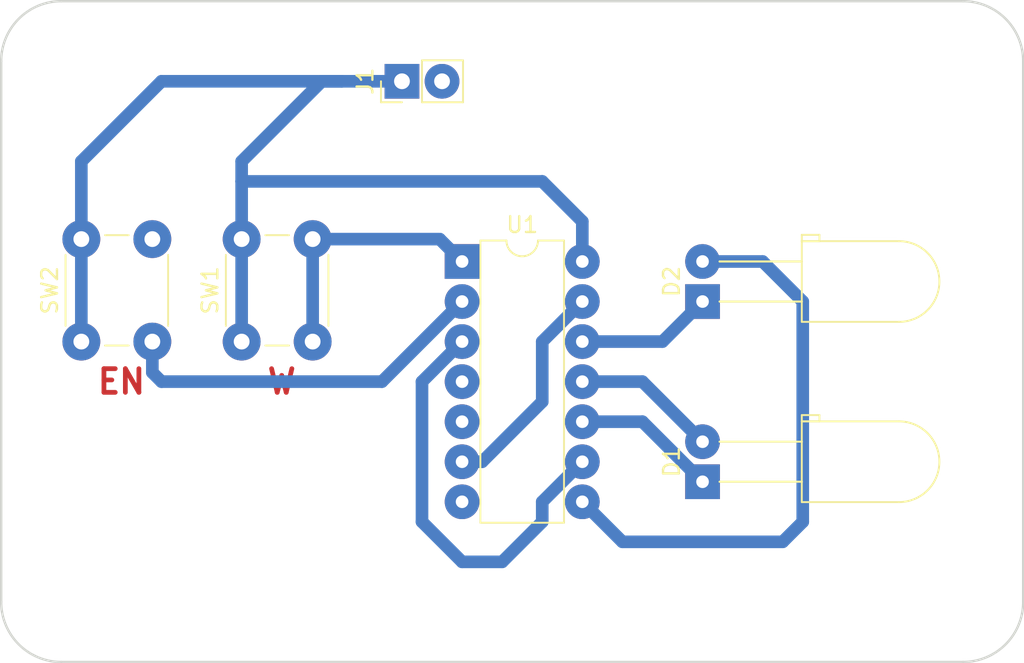
<source format=kicad_pcb>
(kicad_pcb (version 4) (host pcbnew 4.0.7)

  (general
    (links 18)
    (no_connects 4)
    (area 148.514999 72.314999 213.435001 114.375001)
    (thickness 1.6)
    (drawings 10)
    (tracks 44)
    (zones 0)
    (modules 6)
    (nets 11)
  )

  (page A4)
  (layers
    (0 F.Cu signal)
    (31 B.Cu signal)
    (32 B.Adhes user)
    (33 F.Adhes user)
    (34 B.Paste user)
    (35 F.Paste user)
    (36 B.SilkS user)
    (37 F.SilkS user)
    (38 B.Mask user)
    (39 F.Mask user)
    (40 Dwgs.User user)
    (41 Cmts.User user)
    (42 Eco1.User user)
    (43 Eco2.User user)
    (44 Edge.Cuts user)
    (45 Margin user)
    (46 B.CrtYd user)
    (47 F.CrtYd user)
    (48 B.Fab user)
    (49 F.Fab user)
  )

  (setup
    (last_trace_width 0.8)
    (trace_clearance 0.2)
    (zone_clearance 0.508)
    (zone_45_only no)
    (trace_min 0.8)
    (segment_width 0.2)
    (edge_width 0.15)
    (via_size 0.9)
    (via_drill 0.7)
    (via_min_size 0.9)
    (via_min_drill 0.7)
    (uvia_size 0.3)
    (uvia_drill 0.1)
    (uvias_allowed no)
    (uvia_min_size 0.2)
    (uvia_min_drill 0.1)
    (pcb_text_width 0.3)
    (pcb_text_size 1.5 1.5)
    (mod_edge_width 0.15)
    (mod_text_size 1 1)
    (mod_text_width 0.15)
    (pad_size 2.2 2.2)
    (pad_drill 0.8)
    (pad_to_mask_clearance 0.2)
    (aux_axis_origin 0 0)
    (visible_elements 7FFFFFFF)
    (pcbplotparams
      (layerselection 0x01030_80000001)
      (usegerberextensions false)
      (excludeedgelayer true)
      (linewidth 0.100000)
      (plotframeref false)
      (viasonmask false)
      (mode 1)
      (useauxorigin false)
      (hpglpennumber 1)
      (hpglpenspeed 20)
      (hpglpendiameter 15)
      (hpglpenoverlay 2)
      (psnegative false)
      (psa4output false)
      (plotreference true)
      (plotvalue true)
      (plotinvisibletext false)
      (padsonsilk false)
      (subtractmaskfromsilk false)
      (outputformat 1)
      (mirror false)
      (drillshape 0)
      (scaleselection 1)
      (outputdirectory ./))
  )

  (net 0 "")
  (net 1 "Net-(D1-Pad1)")
  (net 2 "Net-(D1-Pad2)")
  (net 3 "Net-(D2-Pad1)")
  (net 4 "Net-(D2-Pad2)")
  (net 5 +5V)
  (net 6 GND)
  (net 7 "Net-(SW1-Pad2)")
  (net 8 "Net-(SW2-Pad2)")
  (net 9 "Net-(U1-Pad3)")
  (net 10 "Net-(U1-Pad13)")

  (net_class Default "This is the default net class."
    (clearance 0.2)
    (trace_width 0.8)
    (via_dia 0.9)
    (via_drill 0.7)
    (uvia_dia 0.3)
    (uvia_drill 0.1)
    (add_net +5V)
    (add_net GND)
    (add_net "Net-(D1-Pad1)")
    (add_net "Net-(D1-Pad2)")
    (add_net "Net-(D2-Pad1)")
    (add_net "Net-(D2-Pad2)")
    (add_net "Net-(SW1-Pad2)")
    (add_net "Net-(SW2-Pad2)")
    (add_net "Net-(U1-Pad13)")
    (add_net "Net-(U1-Pad3)")
  )

  (module LEDs:LED_D5.0mm_Horizontal_O6.35mm_Z9.0mm (layer F.Cu) (tedit 5C58BDA9) (tstamp 5C569C63)
    (at 193.04 102.87 90)
    (descr "LED, diameter 5.0mm z-position of LED center 3.0mm, 2 pins, diameter 5.0mm z-position of LED center 3.0mm, 2 pins, diameter 5.0mm z-position of LED center 3.0mm, 2 pins, diameter 5.0mm z-position of LED center 9.0mm, 2 pins, diameter 5.0mm z-position of LED center 9.0mm, 2 pins, diameter 5.0mm z-position of LED center 9.0mm, 2 pins")
    (tags "LED diameter 5.0mm z-position of LED center 3.0mm 2 pins diameter 5.0mm z-position of LED center 3.0mm 2 pins diameter 5.0mm z-position of LED center 3.0mm 2 pins diameter 5.0mm z-position of LED center 9.0mm 2 pins diameter 5.0mm z-position of LED center 9.0mm 2 pins diameter 5.0mm z-position of LED center 9.0mm 2 pins")
    (path /5C54CAEB)
    (fp_text reference D1 (at 1.27 -1.96 90) (layer F.SilkS)
      (effects (font (size 1 1) (thickness 0.15)))
    )
    (fp_text value LED (at 1.27 16.01 90) (layer F.Fab)
      (effects (font (size 1 1) (thickness 0.15)))
    )
    (fp_arc (start 1.27 12.45) (end -1.23 12.45) (angle -180) (layer F.Fab) (width 0.1))
    (fp_arc (start 1.27 12.45) (end -1.29 12.45) (angle -180) (layer F.SilkS) (width 0.12))
    (fp_line (start -1.23 6.35) (end -1.23 12.45) (layer F.Fab) (width 0.1))
    (fp_line (start 3.77 6.35) (end 3.77 12.45) (layer F.Fab) (width 0.1))
    (fp_line (start -1.23 6.35) (end 3.77 6.35) (layer F.Fab) (width 0.1))
    (fp_line (start 4.17 6.35) (end 4.17 7.35) (layer F.Fab) (width 0.1))
    (fp_line (start 4.17 7.35) (end 3.77 7.35) (layer F.Fab) (width 0.1))
    (fp_line (start 3.77 7.35) (end 3.77 6.35) (layer F.Fab) (width 0.1))
    (fp_line (start 3.77 6.35) (end 4.17 6.35) (layer F.Fab) (width 0.1))
    (fp_line (start 0 0) (end 0 6.35) (layer F.Fab) (width 0.1))
    (fp_line (start 0 6.35) (end 0 6.35) (layer F.Fab) (width 0.1))
    (fp_line (start 0 6.35) (end 0 0) (layer F.Fab) (width 0.1))
    (fp_line (start 0 0) (end 0 0) (layer F.Fab) (width 0.1))
    (fp_line (start 2.54 0) (end 2.54 6.35) (layer F.Fab) (width 0.1))
    (fp_line (start 2.54 6.35) (end 2.54 6.35) (layer F.Fab) (width 0.1))
    (fp_line (start 2.54 6.35) (end 2.54 0) (layer F.Fab) (width 0.1))
    (fp_line (start 2.54 0) (end 2.54 0) (layer F.Fab) (width 0.1))
    (fp_line (start -1.29 6.29) (end -1.29 12.45) (layer F.SilkS) (width 0.12))
    (fp_line (start 3.83 6.29) (end 3.83 12.45) (layer F.SilkS) (width 0.12))
    (fp_line (start -1.29 6.29) (end 3.83 6.29) (layer F.SilkS) (width 0.12))
    (fp_line (start 4.23 6.29) (end 4.23 7.41) (layer F.SilkS) (width 0.12))
    (fp_line (start 4.23 7.41) (end 3.83 7.41) (layer F.SilkS) (width 0.12))
    (fp_line (start 3.83 7.41) (end 3.83 6.29) (layer F.SilkS) (width 0.12))
    (fp_line (start 3.83 6.29) (end 4.23 6.29) (layer F.SilkS) (width 0.12))
    (fp_line (start 0 1.08) (end 0 6.29) (layer F.SilkS) (width 0.12))
    (fp_line (start 0 6.29) (end 0 6.29) (layer F.SilkS) (width 0.12))
    (fp_line (start 0 6.29) (end 0 1.08) (layer F.SilkS) (width 0.12))
    (fp_line (start 0 1.08) (end 0 1.08) (layer F.SilkS) (width 0.12))
    (fp_line (start 2.54 1.08) (end 2.54 6.29) (layer F.SilkS) (width 0.12))
    (fp_line (start 2.54 6.29) (end 2.54 6.29) (layer F.SilkS) (width 0.12))
    (fp_line (start 2.54 6.29) (end 2.54 1.08) (layer F.SilkS) (width 0.12))
    (fp_line (start 2.54 1.08) (end 2.54 1.08) (layer F.SilkS) (width 0.12))
    (fp_line (start -1.95 -1.25) (end -1.95 15.3) (layer F.CrtYd) (width 0.05))
    (fp_line (start -1.95 15.3) (end 4.5 15.3) (layer F.CrtYd) (width 0.05))
    (fp_line (start 4.5 15.3) (end 4.5 -1.25) (layer F.CrtYd) (width 0.05))
    (fp_line (start 4.5 -1.25) (end -1.95 -1.25) (layer F.CrtYd) (width 0.05))
    (pad 1 thru_hole rect (at 0 0 90) (size 2.2 2.2) (drill 0.8) (layers *.Cu *.Mask)
      (net 1 "Net-(D1-Pad1)"))
    (pad 2 thru_hole circle (at 2.54 0 90) (size 2.2 2.2) (drill 0.8) (layers *.Cu *.Mask)
      (net 2 "Net-(D1-Pad2)"))
    (model ${KISYS3DMOD}/LEDs.3dshapes/LED_D5.0mm_Horizontal_O6.35mm_Z9.0mm.wrl
      (at (xyz 0 0 0))
      (scale (xyz 0.393701 0.393701 0.393701))
      (rotate (xyz 0 0 0))
    )
  )

  (module LEDs:LED_D5.0mm_Horizontal_O6.35mm_Z9.0mm (layer F.Cu) (tedit 5C58BD94) (tstamp 5C569C69)
    (at 193.04 91.44 90)
    (descr "LED, diameter 5.0mm z-position of LED center 3.0mm, 2 pins, diameter 5.0mm z-position of LED center 3.0mm, 2 pins, diameter 5.0mm z-position of LED center 3.0mm, 2 pins, diameter 5.0mm z-position of LED center 9.0mm, 2 pins, diameter 5.0mm z-position of LED center 9.0mm, 2 pins, diameter 5.0mm z-position of LED center 9.0mm, 2 pins")
    (tags "LED diameter 5.0mm z-position of LED center 3.0mm 2 pins diameter 5.0mm z-position of LED center 3.0mm 2 pins diameter 5.0mm z-position of LED center 3.0mm 2 pins diameter 5.0mm z-position of LED center 9.0mm 2 pins diameter 5.0mm z-position of LED center 9.0mm 2 pins diameter 5.0mm z-position of LED center 9.0mm 2 pins")
    (path /5C54CA53)
    (fp_text reference D2 (at 1.27 -1.96 90) (layer F.SilkS)
      (effects (font (size 1 1) (thickness 0.15)))
    )
    (fp_text value LED (at 1.27 16.01 90) (layer F.Fab)
      (effects (font (size 1 1) (thickness 0.15)))
    )
    (fp_arc (start 1.27 12.45) (end -1.23 12.45) (angle -180) (layer F.Fab) (width 0.1))
    (fp_arc (start 1.27 12.45) (end -1.29 12.45) (angle -180) (layer F.SilkS) (width 0.12))
    (fp_line (start -1.23 6.35) (end -1.23 12.45) (layer F.Fab) (width 0.1))
    (fp_line (start 3.77 6.35) (end 3.77 12.45) (layer F.Fab) (width 0.1))
    (fp_line (start -1.23 6.35) (end 3.77 6.35) (layer F.Fab) (width 0.1))
    (fp_line (start 4.17 6.35) (end 4.17 7.35) (layer F.Fab) (width 0.1))
    (fp_line (start 4.17 7.35) (end 3.77 7.35) (layer F.Fab) (width 0.1))
    (fp_line (start 3.77 7.35) (end 3.77 6.35) (layer F.Fab) (width 0.1))
    (fp_line (start 3.77 6.35) (end 4.17 6.35) (layer F.Fab) (width 0.1))
    (fp_line (start 0 0) (end 0 6.35) (layer F.Fab) (width 0.1))
    (fp_line (start 0 6.35) (end 0 6.35) (layer F.Fab) (width 0.1))
    (fp_line (start 0 6.35) (end 0 0) (layer F.Fab) (width 0.1))
    (fp_line (start 0 0) (end 0 0) (layer F.Fab) (width 0.1))
    (fp_line (start 2.54 0) (end 2.54 6.35) (layer F.Fab) (width 0.1))
    (fp_line (start 2.54 6.35) (end 2.54 6.35) (layer F.Fab) (width 0.1))
    (fp_line (start 2.54 6.35) (end 2.54 0) (layer F.Fab) (width 0.1))
    (fp_line (start 2.54 0) (end 2.54 0) (layer F.Fab) (width 0.1))
    (fp_line (start -1.29 6.29) (end -1.29 12.45) (layer F.SilkS) (width 0.12))
    (fp_line (start 3.83 6.29) (end 3.83 12.45) (layer F.SilkS) (width 0.12))
    (fp_line (start -1.29 6.29) (end 3.83 6.29) (layer F.SilkS) (width 0.12))
    (fp_line (start 4.23 6.29) (end 4.23 7.41) (layer F.SilkS) (width 0.12))
    (fp_line (start 4.23 7.41) (end 3.83 7.41) (layer F.SilkS) (width 0.12))
    (fp_line (start 3.83 7.41) (end 3.83 6.29) (layer F.SilkS) (width 0.12))
    (fp_line (start 3.83 6.29) (end 4.23 6.29) (layer F.SilkS) (width 0.12))
    (fp_line (start 0 1.08) (end 0 6.29) (layer F.SilkS) (width 0.12))
    (fp_line (start 0 6.29) (end 0 6.29) (layer F.SilkS) (width 0.12))
    (fp_line (start 0 6.29) (end 0 1.08) (layer F.SilkS) (width 0.12))
    (fp_line (start 0 1.08) (end 0 1.08) (layer F.SilkS) (width 0.12))
    (fp_line (start 2.54 1.08) (end 2.54 6.29) (layer F.SilkS) (width 0.12))
    (fp_line (start 2.54 6.29) (end 2.54 6.29) (layer F.SilkS) (width 0.12))
    (fp_line (start 2.54 6.29) (end 2.54 1.08) (layer F.SilkS) (width 0.12))
    (fp_line (start 2.54 1.08) (end 2.54 1.08) (layer F.SilkS) (width 0.12))
    (fp_line (start -1.95 -1.25) (end -1.95 15.3) (layer F.CrtYd) (width 0.05))
    (fp_line (start -1.95 15.3) (end 4.5 15.3) (layer F.CrtYd) (width 0.05))
    (fp_line (start 4.5 15.3) (end 4.5 -1.25) (layer F.CrtYd) (width 0.05))
    (fp_line (start 4.5 -1.25) (end -1.95 -1.25) (layer F.CrtYd) (width 0.05))
    (pad e1 thru_hole rect (at 0 0 90) (size 2.2 2.2) (drill 0.8) (layers *.Cu *.Mask)
      (net 3 "Net-(D2-Pad1)"))
    (pad 2 thru_hole circle (at 2.54 0 90) (size 2.2 2.2) (drill 0.8) (layers *.Cu *.Mask)
      (net 4 "Net-(D2-Pad2)"))
    (model ${KISYS3DMOD}/LEDs.3dshapes/LED_D5.0mm_Horizontal_O6.35mm_Z9.0mm.wrl
      (at (xyz 0 0 0))
      (scale (xyz 0.393701 0.393701 0.393701))
      (rotate (xyz 0 0 0))
    )
  )

  (module Pin_Headers:Pin_Header_Straight_1x02_Pitch2.54mm (layer F.Cu) (tedit 5C58BD3E) (tstamp 5C569C6F)
    (at 173.99 77.47 90)
    (descr "Through hole straight pin header, 1x02, 2.54mm pitch, single row")
    (tags "Through hole pin header THT 1x02 2.54mm single row")
    (path /5C56A0CE)
    (fp_text reference J1 (at 0 -2.33 90) (layer F.SilkS)
      (effects (font (size 1 1) (thickness 0.15)))
    )
    (fp_text value Conn_01x02 (at 0 4.87 90) (layer F.Fab)
      (effects (font (size 1 1) (thickness 0.15)))
    )
    (fp_line (start -0.635 -1.27) (end 1.27 -1.27) (layer F.Fab) (width 0.1))
    (fp_line (start 1.27 -1.27) (end 1.27 3.81) (layer F.Fab) (width 0.1))
    (fp_line (start 1.27 3.81) (end -1.27 3.81) (layer F.Fab) (width 0.1))
    (fp_line (start -1.27 3.81) (end -1.27 -0.635) (layer F.Fab) (width 0.1))
    (fp_line (start -1.27 -0.635) (end -0.635 -1.27) (layer F.Fab) (width 0.1))
    (fp_line (start -1.33 3.87) (end 1.33 3.87) (layer F.SilkS) (width 0.12))
    (fp_line (start -1.33 1.27) (end -1.33 3.87) (layer F.SilkS) (width 0.12))
    (fp_line (start 1.33 1.27) (end 1.33 3.87) (layer F.SilkS) (width 0.12))
    (fp_line (start -1.33 1.27) (end 1.33 1.27) (layer F.SilkS) (width 0.12))
    (fp_line (start -1.33 0) (end -1.33 -1.33) (layer F.SilkS) (width 0.12))
    (fp_line (start -1.33 -1.33) (end 0 -1.33) (layer F.SilkS) (width 0.12))
    (fp_line (start -1.8 -1.8) (end -1.8 4.35) (layer F.CrtYd) (width 0.05))
    (fp_line (start -1.8 4.35) (end 1.8 4.35) (layer F.CrtYd) (width 0.05))
    (fp_line (start 1.8 4.35) (end 1.8 -1.8) (layer F.CrtYd) (width 0.05))
    (fp_line (start 1.8 -1.8) (end -1.8 -1.8) (layer F.CrtYd) (width 0.05))
    (fp_text user %R (at 0 1.27 180) (layer F.Fab)
      (effects (font (size 1 1) (thickness 0.15)))
    )
    (pad 1 thru_hole rect (at 0 0 90) (size 2.2 2.2) (drill 1) (layers *.Cu *.Mask)
      (net 5 +5V))
    (pad e2 thru_hole circle (at 0 2.54 90) (size 2.2 2.2) (drill 1) (layers *.Cu *.Mask)
      (net 6 GND))
    (model ${KISYS3DMOD}/Pin_Headers.3dshapes/Pin_Header_Straight_1x02_Pitch2.54mm.wrl
      (at (xyz 0 0 0))
      (scale (xyz 1 1 1))
      (rotate (xyz 0 0 0))
    )
  )

  (module Buttons_Switches_THT:SW_PUSH_6mm_h13mm (layer F.Cu) (tedit 5C58BD15) (tstamp 5C569C77)
    (at 163.83 93.98 90)
    (descr "tactile push button, 6x6mm e.g. PHAP33xx series, height=13mm")
    (tags "tact sw push 6mm")
    (path /5C54CC15)
    (fp_text reference SW1 (at 3.25 -2 90) (layer F.SilkS)
      (effects (font (size 1 1) (thickness 0.15)))
    )
    (fp_text value SW_Push (at 3.75 6.7 90) (layer F.Fab)
      (effects (font (size 1 1) (thickness 0.15)))
    )
    (fp_text user %R (at 3.25 2.25 90) (layer F.Fab)
      (effects (font (size 1 1) (thickness 0.15)))
    )
    (fp_line (start 3.25 -0.75) (end 6.25 -0.75) (layer F.Fab) (width 0.1))
    (fp_line (start 6.25 -0.75) (end 6.25 5.25) (layer F.Fab) (width 0.1))
    (fp_line (start 6.25 5.25) (end 0.25 5.25) (layer F.Fab) (width 0.1))
    (fp_line (start 0.25 5.25) (end 0.25 -0.75) (layer F.Fab) (width 0.1))
    (fp_line (start 0.25 -0.75) (end 3.25 -0.75) (layer F.Fab) (width 0.1))
    (fp_line (start 7.75 6) (end 8 6) (layer F.CrtYd) (width 0.05))
    (fp_line (start 8 6) (end 8 5.75) (layer F.CrtYd) (width 0.05))
    (fp_line (start 7.75 -1.5) (end 8 -1.5) (layer F.CrtYd) (width 0.05))
    (fp_line (start 8 -1.5) (end 8 -1.25) (layer F.CrtYd) (width 0.05))
    (fp_line (start -1.5 -1.25) (end -1.5 -1.5) (layer F.CrtYd) (width 0.05))
    (fp_line (start -1.5 -1.5) (end -1.25 -1.5) (layer F.CrtYd) (width 0.05))
    (fp_line (start -1.5 5.75) (end -1.5 6) (layer F.CrtYd) (width 0.05))
    (fp_line (start -1.5 6) (end -1.25 6) (layer F.CrtYd) (width 0.05))
    (fp_line (start -1.25 -1.5) (end 7.75 -1.5) (layer F.CrtYd) (width 0.05))
    (fp_line (start -1.5 5.75) (end -1.5 -1.25) (layer F.CrtYd) (width 0.05))
    (fp_line (start 7.75 6) (end -1.25 6) (layer F.CrtYd) (width 0.05))
    (fp_line (start 8 -1.25) (end 8 5.75) (layer F.CrtYd) (width 0.05))
    (fp_line (start 1 5.5) (end 5.5 5.5) (layer F.SilkS) (width 0.12))
    (fp_line (start -0.25 1.5) (end -0.25 3) (layer F.SilkS) (width 0.12))
    (fp_line (start 5.5 -1) (end 1 -1) (layer F.SilkS) (width 0.12))
    (fp_line (start 6.75 3) (end 6.75 1.5) (layer F.SilkS) (width 0.12))
    (fp_circle (center 3.25 2.25) (end 1.25 2.5) (layer F.Fab) (width 0.1))
    (pad 2 thru_hole circle (at 0 4.5 180) (size 2.4 2.4) (drill 1) (layers *.Cu *.Mask)
      (net 7 "Net-(SW1-Pad2)"))
    (pad 1 thru_hole circle (at 0 0 180) (size 2.4 2.4) (drill 1) (layers *.Cu *.Mask)
      (net 5 +5V))
    (pad 2 thru_hole circle (at 6.5 4.5 180) (size 2.4 2.4) (drill 1) (layers *.Cu *.Mask)
      (net 7 "Net-(SW1-Pad2)"))
    (pad 1 thru_hole circle (at 6.5 0 180) (size 2.4 2.4) (drill 1) (layers *.Cu *.Mask)
      (net 5 +5V))
    (model ${KISYS3DMOD}/Buttons_Switches_THT.3dshapes/SW_PUSH_6mm_h13mm.wrl
      (at (xyz 0.005 0 0))
      (scale (xyz 0.3937 0.3937 0.3937))
      (rotate (xyz 0 0 0))
    )
  )

  (module Buttons_Switches_THT:SW_PUSH_6mm_h13mm (layer F.Cu) (tedit 5923F252) (tstamp 5C569C7F)
    (at 153.67 93.98 90)
    (descr "tactile push button, 6x6mm e.g. PHAP33xx series, height=13mm")
    (tags "tact sw push 6mm")
    (path /5C54CC88)
    (fp_text reference SW2 (at 3.25 -2 90) (layer F.SilkS)
      (effects (font (size 1 1) (thickness 0.15)))
    )
    (fp_text value SW_Push (at 3.75 6.7 90) (layer F.Fab)
      (effects (font (size 1 1) (thickness 0.15)))
    )
    (fp_text user %R (at 3.25 2.25 90) (layer F.Fab)
      (effects (font (size 1 1) (thickness 0.15)))
    )
    (fp_line (start 3.25 -0.75) (end 6.25 -0.75) (layer F.Fab) (width 0.1))
    (fp_line (start 6.25 -0.75) (end 6.25 5.25) (layer F.Fab) (width 0.1))
    (fp_line (start 6.25 5.25) (end 0.25 5.25) (layer F.Fab) (width 0.1))
    (fp_line (start 0.25 5.25) (end 0.25 -0.75) (layer F.Fab) (width 0.1))
    (fp_line (start 0.25 -0.75) (end 3.25 -0.75) (layer F.Fab) (width 0.1))
    (fp_line (start 7.75 6) (end 8 6) (layer F.CrtYd) (width 0.05))
    (fp_line (start 8 6) (end 8 5.75) (layer F.CrtYd) (width 0.05))
    (fp_line (start 7.75 -1.5) (end 8 -1.5) (layer F.CrtYd) (width 0.05))
    (fp_line (start 8 -1.5) (end 8 -1.25) (layer F.CrtYd) (width 0.05))
    (fp_line (start -1.5 -1.25) (end -1.5 -1.5) (layer F.CrtYd) (width 0.05))
    (fp_line (start -1.5 -1.5) (end -1.25 -1.5) (layer F.CrtYd) (width 0.05))
    (fp_line (start -1.5 5.75) (end -1.5 6) (layer F.CrtYd) (width 0.05))
    (fp_line (start -1.5 6) (end -1.25 6) (layer F.CrtYd) (width 0.05))
    (fp_line (start -1.25 -1.5) (end 7.75 -1.5) (layer F.CrtYd) (width 0.05))
    (fp_line (start -1.5 5.75) (end -1.5 -1.25) (layer F.CrtYd) (width 0.05))
    (fp_line (start 7.75 6) (end -1.25 6) (layer F.CrtYd) (width 0.05))
    (fp_line (start 8 -1.25) (end 8 5.75) (layer F.CrtYd) (width 0.05))
    (fp_line (start 1 5.5) (end 5.5 5.5) (layer F.SilkS) (width 0.12))
    (fp_line (start -0.25 1.5) (end -0.25 3) (layer F.SilkS) (width 0.12))
    (fp_line (start 5.5 -1) (end 1 -1) (layer F.SilkS) (width 0.12))
    (fp_line (start 6.75 3) (end 6.75 1.5) (layer F.SilkS) (width 0.12))
    (fp_circle (center 3.25 2.25) (end 1.25 2.5) (layer F.Fab) (width 0.1))
    (pad 2 thru_hole circle (at 0 4.5 180) (size 2.4 2.4) (drill 1) (layers *.Cu *.Mask)
      (net 8 "Net-(SW2-Pad2)"))
    (pad 1 thru_hole circle (at 0 0 180) (size 2.4 2.4) (drill 1) (layers *.Cu *.Mask)
      (net 5 +5V))
    (pad 2 thru_hole circle (at 6.5 4.5 180) (size 2.4 2.4) (drill 1) (layers *.Cu *.Mask)
      (net 8 "Net-(SW2-Pad2)"))
    (pad 1 thru_hole circle (at 6.5 0 180) (size 2.4 2.4) (drill 1) (layers *.Cu *.Mask)
      (net 5 +5V))
    (model ${KISYS3DMOD}/Buttons_Switches_THT.3dshapes/SW_PUSH_6mm_h13mm.wrl
      (at (xyz 0.005 0 0))
      (scale (xyz 0.3937 0.3937 0.3937))
      (rotate (xyz 0 0 0))
    )
  )

  (module Housings_DIP:DIP-14_W7.62mm (layer F.Cu) (tedit 5C5A1AB0) (tstamp 5C569C91)
    (at 177.8 88.9)
    (descr "14-lead though-hole mounted DIP package, row spacing 7.62 mm (300 mils)")
    (tags "THT DIP DIL PDIP 2.54mm 7.62mm 300mil")
    (path /5C54C7DD)
    (fp_text reference U1 (at 3.81 -2.33) (layer F.SilkS)
      (effects (font (size 1 1) (thickness 0.15)))
    )
    (fp_text value 7400 (at 3.81 17.57) (layer F.Fab)
      (effects (font (size 1 1) (thickness 0.15)))
    )
    (fp_arc (start 3.81 -1.33) (end 2.81 -1.33) (angle -180) (layer F.SilkS) (width 0.12))
    (fp_line (start 1.635 -1.27) (end 6.985 -1.27) (layer F.Fab) (width 0.1))
    (fp_line (start 6.985 -1.27) (end 6.985 16.51) (layer F.Fab) (width 0.1))
    (fp_line (start 6.985 16.51) (end 0.635 16.51) (layer F.Fab) (width 0.1))
    (fp_line (start 0.635 16.51) (end 0.635 -0.27) (layer F.Fab) (width 0.1))
    (fp_line (start 0.635 -0.27) (end 1.635 -1.27) (layer F.Fab) (width 0.1))
    (fp_line (start 2.81 -1.33) (end 1.16 -1.33) (layer F.SilkS) (width 0.12))
    (fp_line (start 1.16 -1.33) (end 1.16 16.57) (layer F.SilkS) (width 0.12))
    (fp_line (start 1.16 16.57) (end 6.46 16.57) (layer F.SilkS) (width 0.12))
    (fp_line (start 6.46 16.57) (end 6.46 -1.33) (layer F.SilkS) (width 0.12))
    (fp_line (start 6.46 -1.33) (end 4.81 -1.33) (layer F.SilkS) (width 0.12))
    (fp_line (start -1.1 -1.55) (end -1.1 16.8) (layer F.CrtYd) (width 0.05))
    (fp_line (start -1.1 16.8) (end 8.7 16.8) (layer F.CrtYd) (width 0.05))
    (fp_line (start 8.7 16.8) (end 8.7 -1.55) (layer F.CrtYd) (width 0.05))
    (fp_line (start 8.7 -1.55) (end -1.1 -1.55) (layer F.CrtYd) (width 0.05))
    (fp_text user %R (at 3.81 7.62) (layer F.Fab)
      (effects (font (size 1 1) (thickness 0.15)))
    )
    (pad 1 thru_hole rect (at 0 0) (size 2.2 2.2) (drill 0.8) (layers *.Cu *.Mask)
      (net 7 "Net-(SW1-Pad2)"))
    (pad 8 thru_hole circle (at 7.62 15.24) (size 2.2 2.2) (drill 0.8) (layers *.Cu *.Mask)
      (net 4 "Net-(D2-Pad2)"))
    (pad 2 thru_hole circle (at 0 2.54) (size 2.2 2.2) (drill 0.8) (layers *.Cu *.Mask)
      (net 8 "Net-(SW2-Pad2)"))
    (pad 9 thru_hole circle (at 7.62 12.7) (size 2.2 2.2) (drill 0.8) (layers *.Cu *.Mask)
      (net 9 "Net-(U1-Pad3)"))
    (pad 3 thru_hole circle (at 0 5.08) (size 2.2 2.2) (drill 0.8) (layers *.Cu *.Mask)
      (net 9 "Net-(U1-Pad3)"))
    (pad 10 thru_hole circle (at 7.62 10.16) (size 2.2 2.2) (drill 0.8) (layers *.Cu *.Mask)
      (net 1 "Net-(D1-Pad1)"))
    (pad 4 thru_hole circle (at 0 7.62) (size 2.2 2.2) (drill 0.8) (layers *.Cu *.Mask)
      (net 8 "Net-(SW2-Pad2)"))
    (pad 11 thru_hole circle (at 7.62 7.62) (size 2.2 2.2) (drill 0.8) (layers *.Cu *.Mask)
      (net 2 "Net-(D1-Pad2)"))
    (pad 5 thru_hole circle (at 0 10.16) (size 2.2 2.2) (drill 0.8) (layers *.Cu *.Mask)
      (net 7 "Net-(SW1-Pad2)"))
    (pad 12 thru_hole circle (at 7.62 5.08) (size 2.2 2.2) (drill 0.8) (layers *.Cu *.Mask)
      (net 3 "Net-(D2-Pad1)"))
    (pad 6 thru_hole circle (at 0 12.7) (size 2.2 2.2) (drill 0.8) (layers *.Cu *.Mask)
      (net 10 "Net-(U1-Pad13)"))
    (pad 13 thru_hole circle (at 7.62 2.54) (size 2.2 2.2) (drill 0.8) (layers *.Cu *.Mask)
      (net 10 "Net-(U1-Pad13)"))
    (pad 7 thru_hole circle (at 0 15.24) (size 2.2 2.2) (drill 0.8) (layers *.Cu *.Mask)
      (net 6 GND))
    (pad 14 thru_hole circle (at 7.62 0) (size 2.2 2.2) (drill 0.8) (layers *.Cu *.Mask)
      (net 5 +5V))
    (model ${KISYS3DMOD}/Housings_DIP.3dshapes/DIP-14_W7.62mm.wrl
      (at (xyz 0 0 0))
      (scale (xyz 1 1 1))
      (rotate (xyz 0 0 0))
    )
  )

  (gr_line (start 209.55 114.3) (end 152.4 114.3) (angle 90) (layer Edge.Cuts) (width 0.15))
  (gr_arc (start 209.55 110.49) (end 213.36 110.49) (angle 90) (layer Edge.Cuts) (width 0.15))
  (gr_line (start 148.59 76.2) (end 148.59 110.49) (angle 90) (layer Edge.Cuts) (width 0.15))
  (gr_line (start 152.4 72.39) (end 209.55 72.39) (angle 90) (layer Edge.Cuts) (width 0.15))
  (gr_line (start 213.36 76.2) (end 213.36 110.49) (angle 90) (layer Edge.Cuts) (width 0.15))
  (gr_arc (start 152.4 110.49) (end 152.4 114.3) (angle 90) (layer Edge.Cuts) (width 0.15))
  (gr_arc (start 152.4 76.2) (end 148.59 76.2) (angle 90) (layer Edge.Cuts) (width 0.15))
  (gr_arc (start 209.55 76.2) (end 209.55 72.39) (angle 90) (layer Edge.Cuts) (width 0.15))
  (gr_text W (at 166.37 96.52) (layer F.Cu)
    (effects (font (size 1.5 1.5) (thickness 0.3)))
  )
  (gr_text EN (at 156.21 96.52) (layer F.Cu)
    (effects (font (size 1.5 1.5) (thickness 0.3)))
  )

  (segment (start 185.42 99.06) (end 189.23 99.06) (width 0.8) (layer B.Cu) (net 1))
  (segment (start 189.23 99.06) (end 193.04 102.87) (width 0.8) (layer B.Cu) (net 1) (tstamp 5C56A050))
  (segment (start 185.42 96.52) (end 189.23 96.52) (width 0.8) (layer B.Cu) (net 2))
  (segment (start 189.23 96.52) (end 193.04 100.33) (width 0.8) (layer B.Cu) (net 2) (tstamp 5C56A04A))
  (segment (start 185.42 93.98) (end 190.5 93.98) (width 0.8) (layer B.Cu) (net 3))
  (segment (start 190.5 93.98) (end 193.04 91.44) (width 0.8) (layer B.Cu) (net 3) (tstamp 5C56A042))
  (segment (start 193.04 88.9) (end 196.85 88.9) (width 0.8) (layer B.Cu) (net 4))
  (segment (start 187.96 106.68) (end 185.42 104.14) (width 0.8) (layer B.Cu) (net 4) (tstamp 5C56A066))
  (segment (start 198.12 106.68) (end 187.96 106.68) (width 0.8) (layer B.Cu) (net 4) (tstamp 5C56A064))
  (segment (start 199.39 105.41) (end 198.12 106.68) (width 0.8) (layer B.Cu) (net 4) (tstamp 5C56A05F))
  (segment (start 199.39 91.44) (end 199.39 105.41) (width 0.8) (layer B.Cu) (net 4) (tstamp 5C56A05D))
  (segment (start 196.85 88.9) (end 199.39 91.44) (width 0.8) (layer B.Cu) (net 4) (tstamp 5C56A05A))
  (segment (start 185.42 88.9) (end 185.42 86.36) (width 0.8) (layer B.Cu) (net 5))
  (segment (start 185.42 86.36) (end 182.88 83.82) (width 0.8) (layer B.Cu) (net 5) (tstamp 5C569FC0))
  (segment (start 182.88 83.82) (end 163.83 83.82) (width 0.8) (layer B.Cu) (net 5) (tstamp 5C569FC3))
  (segment (start 168.91 77.47) (end 170.18 77.47) (width 0.8) (layer B.Cu) (net 5) (tstamp 5C569EF2))
  (segment (start 163.83 87.48) (end 163.83 93.98) (width 0.8) (layer B.Cu) (net 5))
  (segment (start 153.67 87.48) (end 153.67 93.98) (width 0.8) (layer B.Cu) (net 5))
  (segment (start 163.83 87.48) (end 163.83 83.82) (width 0.8) (layer B.Cu) (net 5))
  (segment (start 163.83 83.82) (end 163.83 82.55) (width 0.8) (layer B.Cu) (net 5) (tstamp 5C569FC8))
  (segment (start 163.83 82.55) (end 168.91 77.47) (width 0.8) (layer B.Cu) (net 5) (tstamp 5C569E27))
  (segment (start 153.67 87.48) (end 153.67 82.55) (width 0.8) (layer B.Cu) (net 5))
  (segment (start 158.75 77.47) (end 168.91 77.47) (width 0.8) (layer B.Cu) (net 5) (tstamp 5C569E23))
  (segment (start 168.91 77.47) (end 170.18 77.47) (width 0.8) (layer B.Cu) (net 5) (tstamp 5C569E2B))
  (segment (start 170.18 77.47) (end 173.99 77.47) (width 0.8) (layer B.Cu) (net 5) (tstamp 5C569EFF))
  (segment (start 153.67 82.55) (end 158.75 77.47) (width 0.8) (layer B.Cu) (net 5) (tstamp 5C569E21))
  (segment (start 168.33 93.98) (end 168.33 87.48) (width 0.8) (layer B.Cu) (net 7))
  (segment (start 168.33 87.48) (end 176.38 87.48) (width 0.8) (layer B.Cu) (net 7))
  (segment (start 176.38 87.48) (end 177.8 88.9) (width 0.8) (layer B.Cu) (net 7) (tstamp 5C569FF2))
  (segment (start 158.17 93.98) (end 158.17 95.94) (width 0.8) (layer B.Cu) (net 8))
  (segment (start 172.72 96.52) (end 177.8 91.44) (width 0.8) (layer B.Cu) (net 8) (tstamp 5C569FD4))
  (segment (start 158.75 96.52) (end 172.72 96.52) (width 0.8) (layer B.Cu) (net 8) (tstamp 5C569FD1))
  (segment (start 158.17 95.94) (end 158.75 96.52) (width 0.8) (layer B.Cu) (net 8) (tstamp 5C569FCE))
  (segment (start 182.88 104.14) (end 185.42 101.6) (width 0.8) (layer B.Cu) (net 9) (tstamp 5C56A08E))
  (segment (start 182.88 105.41) (end 182.88 104.14) (width 0.8) (layer B.Cu) (net 9) (tstamp 5C56A08C))
  (segment (start 180.34 107.95) (end 182.88 105.41) (width 0.8) (layer B.Cu) (net 9) (tstamp 5C56A086))
  (segment (start 177.8 107.95) (end 180.34 107.95) (width 0.8) (layer B.Cu) (net 9) (tstamp 5C56A085))
  (segment (start 175.26 105.41) (end 177.8 107.95) (width 0.8) (layer B.Cu) (net 9) (tstamp 5C56A083))
  (segment (start 175.26 96.52) (end 175.26 105.41) (width 0.8) (layer B.Cu) (net 9) (tstamp 5C56A081))
  (segment (start 177.8 93.98) (end 175.26 96.52) (width 0.8) (layer B.Cu) (net 9))
  (segment (start 177.8 101.6) (end 179.07 101.6) (width 0.8) (layer B.Cu) (net 10))
  (segment (start 179.07 101.6) (end 182.88 97.79) (width 0.8) (layer B.Cu) (net 10) (tstamp 5C56A06A))
  (segment (start 182.88 97.79) (end 182.88 93.98) (width 0.8) (layer B.Cu) (net 10) (tstamp 5C56A076))
  (segment (start 182.88 93.98) (end 185.42 91.44) (width 0.8) (layer B.Cu) (net 10) (tstamp 5C56A079))

  (zone (net 6) (net_name GND) (layer B.Cu) (tstamp 5C5A1BD7) (hatch edge 0.508)
    (connect_pads (clearance 0.508))
    (min_thickness 0.254)
    (fill (arc_segments 16) (thermal_gap 0.508) (thermal_bridge_width 0.508))
    (polygon
      (pts
        (xy 210.82 111.76) (xy 151.13 111.76) (xy 151.13 74.93) (xy 210.82 74.93)
      )
    )
  )
)

</source>
